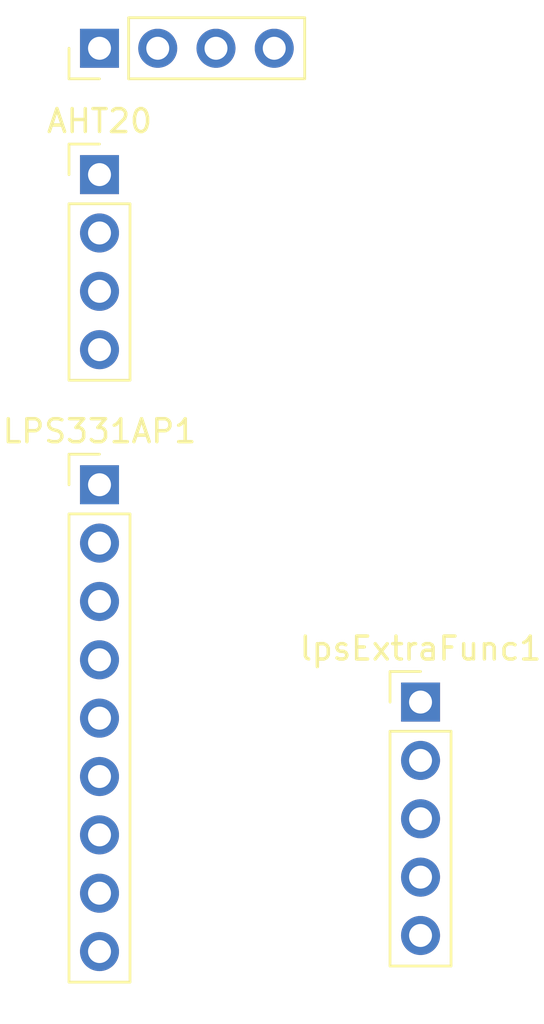
<source format=kicad_pcb>
(kicad_pcb (version 20240108) (generator "pcbnew") (generator_version "8.0")
  (layers (0 "F.Cu" signal) (31 "B.Cu" signal) (34 "B.Paste" user) (35 "F.Paste" user) (36 "B.SilkS" user "B.Silkscreen") (37 "F.SilkS" user "F.Silkscreen") (38 "B.Mask" user) (39 "F.Mask" user) (44 "Edge.Cuts" user))
  (net 0 "")
  (net 1 "SDA")
  (net 2 "+3.3V")
  (net 3 "SCL")
  (net 4 "GND")
  (net 5 "CS")
  (net 6 "VDD")
  (net 7 "INT1")
  (net 8 "SDO{slash}SA0")
  (net 9 "INT2")
  (footprint "Connector_PinHeader_2.54mm:PinHeader_1x09_P2.54mm_Vertical" (layer "F.Cu") (at 139.5 93.92)
    (property "Reference" "LPS331AP1" (at 0 -2.33 0) (layer "F.SilkS"))
    (property "Value" "LPS331AP")
    (fp_line (start -1.33 -1.33) (end 0 -1.33) (stroke (width 0.12)) (layer "F.SilkS"))
    (fp_line (start -1.33 0) (end -1.33 -1.33) (stroke (width 0.12)) (layer "F.SilkS"))
    (fp_line (start -1.33 1.27) (end -1.33 21.65) (stroke (width 0.12)) (layer "F.SilkS"))
    (fp_line (start -1.33 1.27) (end 1.33 1.27) (stroke (width 0.12)) (layer "F.SilkS"))
    (fp_line (start -1.33 21.65) (end 1.33 21.65) (stroke (width 0.12)) (layer "F.SilkS"))
    (fp_line (start 1.33 1.27) (end 1.33 21.65) (stroke (width 0.12)) (layer "F.SilkS"))
    (pad "1" thru_hole rect (at 0 0) (size 1.7 1.7) (drill 1) (layers "*.Cu" "*.Mask") (net 6 "VDD"))
    (pad "2" thru_hole oval (at 0 2.54) (size 1.7 1.7) (drill 1) (layers "*.Cu" "*.Mask") (net 2 "+3.3V"))
    (pad "3" thru_hole oval (at 0 5.08) (size 1.7 1.7) (drill 1) (layers "*.Cu" "*.Mask") (net 4 "GND"))
    (pad "4" thru_hole oval (at 0 7.62) (size 1.7 1.7) (drill 1) (layers "*.Cu" "*.Mask") (net 1 "SDA"))
    (pad "5" thru_hole oval (at 0 10.16) (size 1.7 1.7) (drill 1) (layers "*.Cu" "*.Mask") (net 3 "SCL"))
    (pad "6" thru_hole oval (at 0 12.7) (size 1.7 1.7) (drill 1) (layers "*.Cu" "*.Mask") (net 8 "SDO{slash}SA0"))
    (pad "7" thru_hole oval (at 0 15.24) (size 1.7 1.7) (drill 1) (layers "*.Cu" "*.Mask") (net 5 "CS"))
    (pad "8" thru_hole oval (at 0 17.78) (size 1.7 1.7) (drill 1) (layers "*.Cu" "*.Mask") (net 9 "INT2"))
    (pad "9" thru_hole oval (at 0 20.32) (size 1.7 1.7) (drill 1) (layers "*.Cu" "*.Mask") (net 7 "INT1"))
  )
  (footprint "Connector_PinHeader_2.54mm:PinHeader_1x04_P2.54mm_Vertical" (layer "F.Cu") (at 139.5 74.92 90)
    (property "Reference" "J3" (hide yes))
    (property "Value" "INSIG")
    (fp_line (start -1.33 -1.33) (end 0 -1.33) (stroke (width 0.12)) (layer "F.SilkS"))
    (fp_line (start -1.33 0) (end -1.33 -1.33) (stroke (width 0.12)) (layer "F.SilkS"))
    (fp_line (start 1.33 1.27) (end 1.33 8.95) (stroke (width 0.12)) (layer "F.SilkS"))
    (fp_line (start -1.33 1.27) (end 1.33 1.27) (stroke (width 0.12)) (layer "F.SilkS"))
    (fp_line (start -1.33 1.27) (end -1.33 8.95) (stroke (width 0.12)) (layer "F.SilkS"))
    (fp_line (start -1.33 8.95) (end 1.33 8.95) (stroke (width 0.12)) (layer "F.SilkS"))
    (pad "1" thru_hole rect (at 0 0 90) (size 1.7 1.7) (drill 1) (layers "*.Cu" "*.Mask") (net 2 "+3.3V"))
    (pad "2" thru_hole oval (at 0 2.54 90) (size 1.7 1.7) (drill 1) (layers "*.Cu" "*.Mask") (net 4 "GND"))
    (pad "3" thru_hole oval (at 0 5.08 90) (size 1.7 1.7) (drill 1) (layers "*.Cu" "*.Mask") (net 3 "SCL"))
    (pad "4" thru_hole oval (at 0 7.62 90) (size 1.7 1.7) (drill 1) (layers "*.Cu" "*.Mask") (net 1 "SDA"))
  )
  (footprint "Connector_PinHeader_2.54mm:PinHeader_1x04_P2.54mm_Vertical" (layer "F.Cu") (at 139.5 80.42)
    (property "Reference" "AHT20" (at 0 -2.33 0) (layer "F.SilkS"))
    (property "Value" "AHT20")
    (fp_line (start -1.33 -1.33) (end 0 -1.33) (stroke (width 0.12)) (layer "F.SilkS"))
    (fp_line (start -1.33 0) (end -1.33 -1.33) (stroke (width 0.12)) (layer "F.SilkS"))
    (fp_line (start -1.33 1.27) (end -1.33 8.95) (stroke (width 0.12)) (layer "F.SilkS"))
    (fp_line (start -1.33 1.27) (end 1.33 1.27) (stroke (width 0.12)) (layer "F.SilkS"))
    (fp_line (start -1.33 8.95) (end 1.33 8.95) (stroke (width 0.12)) (layer "F.SilkS"))
    (fp_line (start 1.33 1.27) (end 1.33 8.95) (stroke (width 0.12)) (layer "F.SilkS"))
    (pad "1" thru_hole rect (at 0 0) (size 1.7 1.7) (drill 1) (layers "*.Cu" "*.Mask") (net 2 "+3.3V"))
    (pad "2" thru_hole oval (at 0 2.54) (size 1.7 1.7) (drill 1) (layers "*.Cu" "*.Mask") (net 4 "GND"))
    (pad "3" thru_hole oval (at 0 5.08) (size 1.7 1.7) (drill 1) (layers "*.Cu" "*.Mask") (net 3 "SCL"))
    (pad "4" thru_hole oval (at 0 7.62) (size 1.7 1.7) (drill 1) (layers "*.Cu" "*.Mask") (net 1 "SDA"))
  )
  (footprint "Connector_PinHeader_2.54mm:PinHeader_1x05_P2.54mm_Vertical" (layer "F.Cu") (at 153.5 103.38)
    (property "Reference" "lpsExtraFunc1" (at 0 -2.33 0) (layer "F.SilkS"))
    (property "Value" "lpsExtraFunc")
    (fp_line (start -1.33 -1.33) (end 0 -1.33) (stroke (width 0.12)) (layer "F.SilkS"))
    (fp_line (start -1.33 0) (end -1.33 -1.33) (stroke (width 0.12)) (layer "F.SilkS"))
    (fp_line (start -1.33 1.27) (end -1.33 11.49) (stroke (width 0.12)) (layer "F.SilkS"))
    (fp_line (start -1.33 1.27) (end 1.33 1.27) (stroke (width 0.12)) (layer "F.SilkS"))
    (fp_line (start -1.33 11.49) (end 1.33 11.49) (stroke (width 0.12)) (layer "F.SilkS"))
    (fp_line (start 1.33 1.27) (end 1.33 11.49) (stroke (width 0.12)) (layer "F.SilkS"))
    (pad "1" thru_hole rect (at 0 0) (size 1.7 1.7) (drill 1) (layers "*.Cu" "*.Mask") (net 6 "VDD"))
    (pad "2" thru_hole oval (at 0 2.54) (size 1.7 1.7) (drill 1) (layers "*.Cu" "*.Mask") (net 8 "SDO{slash}SA0"))
    (pad "3" thru_hole oval (at 0 5.08) (size 1.7 1.7) (drill 1) (layers "*.Cu" "*.Mask") (net 5 "CS"))
    (pad "4" thru_hole oval (at 0 7.62) (size 1.7 1.7) (drill 1) (layers "*.Cu" "*.Mask") (net 9 "INT2"))
    (pad "5" thru_hole oval (at 0 10.16) (size 1.7 1.7) (drill 1) (layers "*.Cu" "*.Mask") (net 7 "INT1"))
  )
)
</source>
